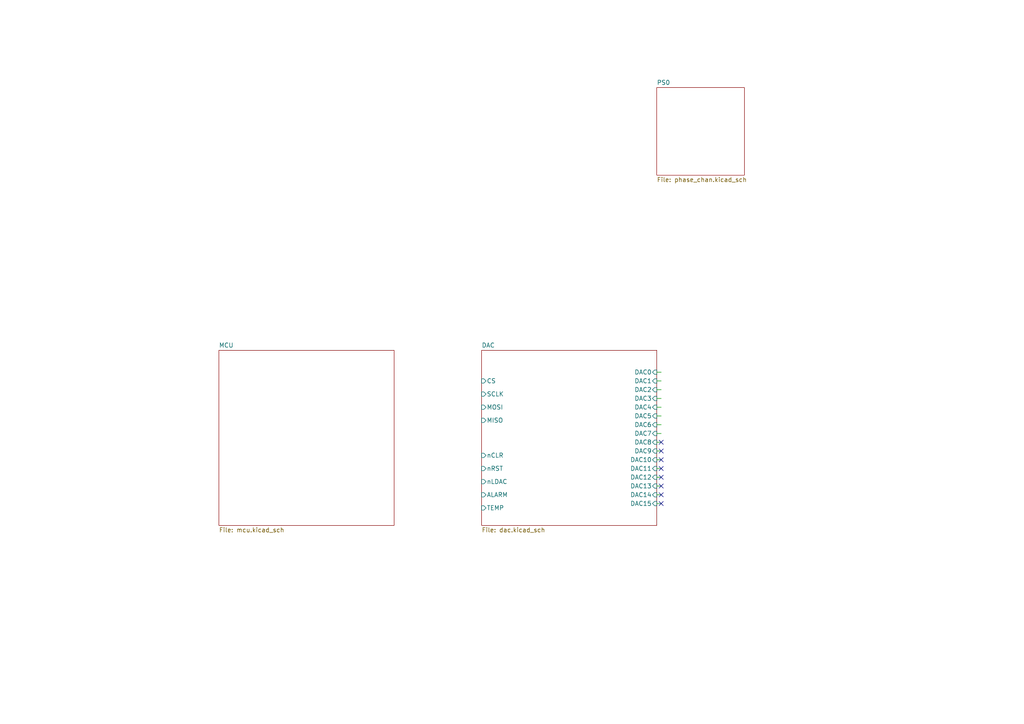
<source format=kicad_sch>
(kicad_sch
	(version 20231120)
	(generator "eeschema")
	(generator_version "8.0")
	(uuid "ecfae643-93f7-4320-971e-1a2690f71d35")
	(paper "A4")
	(lib_symbols)
	(no_connect
		(at 191.77 135.89)
		(uuid "02d45e3e-76a3-475b-af4b-0aed9261df38")
	)
	(no_connect
		(at 191.77 146.05)
		(uuid "0b52b9a7-0c80-4823-b48a-aeb5e2b160f2")
	)
	(no_connect
		(at 191.77 143.51)
		(uuid "12913221-ce23-46fe-9854-d745ac73cd18")
	)
	(no_connect
		(at 191.77 128.27)
		(uuid "1f3a7d55-1db2-4d55-b687-5322d7cdbe0e")
	)
	(no_connect
		(at 191.77 140.97)
		(uuid "55202f60-0af8-47ac-99b1-988b1f918e4b")
	)
	(no_connect
		(at 191.77 133.35)
		(uuid "68b38263-2ecf-43ad-a8d6-fe2ff0c86e6e")
	)
	(no_connect
		(at 191.77 138.43)
		(uuid "8432dc2f-ee7e-4850-88b5-8e3a0926cea2")
	)
	(no_connect
		(at 191.77 130.81)
		(uuid "ed55a34a-5492-4547-a129-0a13c1c5ce9a")
	)
	(wire
		(pts
			(xy 190.5 130.81) (xy 191.77 130.81)
		)
		(stroke
			(width 0)
			(type default)
		)
		(uuid "0e6d2eb1-aad8-49fd-a9e9-7a7325ef444f")
	)
	(wire
		(pts
			(xy 190.5 113.03) (xy 191.77 113.03)
		)
		(stroke
			(width 0)
			(type default)
		)
		(uuid "1debd0c1-0a1b-4c4f-be1a-c637f416b28b")
	)
	(wire
		(pts
			(xy 190.5 120.65) (xy 191.77 120.65)
		)
		(stroke
			(width 0)
			(type default)
		)
		(uuid "439678a1-32a0-4c3e-9e5c-8f02a6888647")
	)
	(wire
		(pts
			(xy 190.5 118.11) (xy 191.77 118.11)
		)
		(stroke
			(width 0)
			(type default)
		)
		(uuid "4465ecdf-0878-4333-913c-df49fdce5772")
	)
	(wire
		(pts
			(xy 190.5 135.89) (xy 191.77 135.89)
		)
		(stroke
			(width 0)
			(type default)
		)
		(uuid "49a509d0-c152-4fcd-9ea6-37f4f1d31474")
	)
	(wire
		(pts
			(xy 190.5 115.57) (xy 191.77 115.57)
		)
		(stroke
			(width 0)
			(type default)
		)
		(uuid "5469d3bb-d059-414e-890f-09079b82d429")
	)
	(wire
		(pts
			(xy 190.5 125.73) (xy 191.77 125.73)
		)
		(stroke
			(width 0)
			(type default)
		)
		(uuid "5a84988d-0844-4f7d-a689-8005151a3195")
	)
	(wire
		(pts
			(xy 190.5 110.49) (xy 191.77 110.49)
		)
		(stroke
			(width 0)
			(type default)
		)
		(uuid "73f8ba19-64bd-475b-9cf3-f5723301293a")
	)
	(wire
		(pts
			(xy 190.5 143.51) (xy 191.77 143.51)
		)
		(stroke
			(width 0)
			(type default)
		)
		(uuid "84cd4b09-705c-430d-b581-a0f4880a4679")
	)
	(wire
		(pts
			(xy 190.5 123.19) (xy 191.77 123.19)
		)
		(stroke
			(width 0)
			(type default)
		)
		(uuid "93d79b18-f589-46a8-ab9c-2f49c7aab254")
	)
	(wire
		(pts
			(xy 190.5 128.27) (xy 191.77 128.27)
		)
		(stroke
			(width 0)
			(type default)
		)
		(uuid "970dd00f-df30-4a4c-8f31-4ca65f5a8e74")
	)
	(wire
		(pts
			(xy 190.5 146.05) (xy 191.77 146.05)
		)
		(stroke
			(width 0)
			(type default)
		)
		(uuid "9aac3c67-df94-4efa-b2da-84782693e3fa")
	)
	(wire
		(pts
			(xy 190.5 133.35) (xy 191.77 133.35)
		)
		(stroke
			(width 0)
			(type default)
		)
		(uuid "ab5cd7ed-a07f-4c3f-a579-f13a70ba7779")
	)
	(wire
		(pts
			(xy 190.5 140.97) (xy 191.77 140.97)
		)
		(stroke
			(width 0)
			(type default)
		)
		(uuid "b5adc7bc-9099-4a1f-8972-7899a9116240")
	)
	(wire
		(pts
			(xy 190.5 138.43) (xy 191.77 138.43)
		)
		(stroke
			(width 0)
			(type default)
		)
		(uuid "b8941dd6-1db5-48ab-b266-0a031f52a7e2")
	)
	(wire
		(pts
			(xy 190.5 107.95) (xy 191.77 107.95)
		)
		(stroke
			(width 0)
			(type default)
		)
		(uuid "c61ade19-61b3-4607-ac5b-14c59c571a59")
	)
	(sheet
		(at 190.5 25.4)
		(size 25.4 25.4)
		(fields_autoplaced yes)
		(stroke
			(width 0.1524)
			(type solid)
		)
		(fill
			(color 255 255 255 1.0000)
		)
		(uuid "2ae4fef6-e591-4a99-b378-e35338771fe7")
		(property "Sheetname" "PS0"
			(at 190.5 24.6884 0)
			(effects
				(font
					(size 1.27 1.27)
				)
				(justify left bottom)
			)
		)
		(property "Sheetfile" "phase_chan.kicad_sch"
			(at 190.5 51.3846 0)
			(effects
				(font
					(size 1.27 1.27)
				)
				(justify left top)
			)
		)
		(instances
			(project "rf_phase_delay"
				(path "/ecfae643-93f7-4320-971e-1a2690f71d35"
					(page "2")
				)
			)
		)
	)
	(sheet
		(at 139.7 101.6)
		(size 50.8 50.8)
		(fields_autoplaced yes)
		(stroke
			(width 0.1524)
			(type solid)
		)
		(fill
			(color 255 255 255 1.0000)
		)
		(uuid "574f3c58-ac93-4375-8028-ee8fae8d1e20")
		(property "Sheetname" "DAC"
			(at 139.7 100.8884 0)
			(effects
				(font
					(size 1.27 1.27)
				)
				(justify left bottom)
			)
		)
		(property "Sheetfile" "dac.kicad_sch"
			(at 139.7 152.9846 0)
			(effects
				(font
					(size 1.27 1.27)
				)
				(justify left top)
			)
		)
		(pin "SCLK" input
			(at 139.7 114.3 180)
			(effects
				(font
					(size 1.27 1.27)
				)
				(justify left)
			)
			(uuid "40a46dc5-43e4-4ec2-9156-374e1e8ea3b5")
		)
		(pin "MOSI" input
			(at 139.7 118.11 180)
			(effects
				(font
					(size 1.27 1.27)
				)
				(justify left)
			)
			(uuid "ba960fba-0d1c-47dc-a597-7fe935592c4f")
		)
		(pin "MISO" input
			(at 139.7 121.92 180)
			(effects
				(font
					(size 1.27 1.27)
				)
				(justify left)
			)
			(uuid "a4ae72fc-5fa4-427b-9bfb-1c93de1b4e49")
		)
		(pin "nLDAC" input
			(at 139.7 139.7 180)
			(effects
				(font
					(size 1.27 1.27)
				)
				(justify left)
			)
			(uuid "e4d6729a-2acd-4ee9-a01a-7f6e60fdbadc")
		)
		(pin "CS" input
			(at 139.7 110.49 180)
			(effects
				(font
					(size 1.27 1.27)
				)
				(justify left)
			)
			(uuid "975aee12-1f5d-41f0-a30b-660a35278c19")
		)
		(pin "nRST" input
			(at 139.7 135.89 180)
			(effects
				(font
					(size 1.27 1.27)
				)
				(justify left)
			)
			(uuid "1b04e554-5c52-43cb-a626-8f431880e7b4")
		)
		(pin "nCLR" input
			(at 139.7 132.08 180)
			(effects
				(font
					(size 1.27 1.27)
				)
				(justify left)
			)
			(uuid "5b1bfb87-27cd-4e05-bf1c-f2ecfcc6b96d")
		)
		(pin "DAC1" input
			(at 190.5 110.49 0)
			(effects
				(font
					(size 1.27 1.27)
				)
				(justify right)
			)
			(uuid "ee2371c7-7fcd-49da-b973-80ecd3a5dd21")
		)
		(pin "DAC0" input
			(at 190.5 107.95 0)
			(effects
				(font
					(size 1.27 1.27)
				)
				(justify right)
			)
			(uuid "9c9cd615-03e7-4ade-8277-6ca0d12f8671")
		)
		(pin "DAC2" input
			(at 190.5 113.03 0)
			(effects
				(font
					(size 1.27 1.27)
				)
				(justify right)
			)
			(uuid "1b8d12c8-ddd2-4d7d-ac06-9aa1bcdd6e5d")
		)
		(pin "DAC3" input
			(at 190.5 115.57 0)
			(effects
				(font
					(size 1.27 1.27)
				)
				(justify right)
			)
			(uuid "7ae7c0bc-93cf-4295-90f5-3f3eba2c989c")
		)
		(pin "DAC6" input
			(at 190.5 123.19 0)
			(effects
				(font
					(size 1.27 1.27)
				)
				(justify right)
			)
			(uuid "6b492a91-ccba-4355-b73f-975d7f487247")
		)
		(pin "DAC5" input
			(at 190.5 120.65 0)
			(effects
				(font
					(size 1.27 1.27)
				)
				(justify right)
			)
			(uuid "64178ff4-377e-4472-99d0-b18e4ad84d12")
		)
		(pin "DAC4" input
			(at 190.5 118.11 0)
			(effects
				(font
					(size 1.27 1.27)
				)
				(justify right)
			)
			(uuid "01f0fa15-1bb0-47ca-a5e4-cb6fceb8c25c")
		)
		(pin "DAC15" input
			(at 190.5 146.05 0)
			(effects
				(font
					(size 1.27 1.27)
				)
				(justify right)
			)
			(uuid "4cdb7cab-043e-419b-83f4-8dfa2830fc30")
		)
		(pin "DAC11" input
			(at 190.5 135.89 0)
			(effects
				(font
					(size 1.27 1.27)
				)
				(justify right)
			)
			(uuid "45a7bafa-a3bd-4ee1-832e-ca6a38657efe")
		)
		(pin "DAC12" input
			(at 190.5 138.43 0)
			(effects
				(font
					(size 1.27 1.27)
				)
				(justify right)
			)
			(uuid "5daa6d22-4ccc-4943-a9a1-0d9cc85fb6e4")
		)
		(pin "DAC14" input
			(at 190.5 143.51 0)
			(effects
				(font
					(size 1.27 1.27)
				)
				(justify right)
			)
			(uuid "095ebdd7-807e-47d9-8f77-ed6fc8070b52")
		)
		(pin "DAC13" input
			(at 190.5 140.97 0)
			(effects
				(font
					(size 1.27 1.27)
				)
				(justify right)
			)
			(uuid "28ac747c-18b5-4d66-835d-0029c48cc5ce")
		)
		(pin "DAC10" input
			(at 190.5 133.35 0)
			(effects
				(font
					(size 1.27 1.27)
				)
				(justify right)
			)
			(uuid "03349399-2bec-4382-8ab7-a20c179a8d71")
		)
		(pin "DAC9" input
			(at 190.5 130.81 0)
			(effects
				(font
					(size 1.27 1.27)
				)
				(justify right)
			)
			(uuid "fa9d2c7a-a2fc-4338-8ce0-5f7e5d33aac6")
		)
		(pin "DAC8" input
			(at 190.5 128.27 0)
			(effects
				(font
					(size 1.27 1.27)
				)
				(justify right)
			)
			(uuid "612157a3-9c7d-4ce1-875a-1244d676bceb")
		)
		(pin "DAC7" input
			(at 190.5 125.73 0)
			(effects
				(font
					(size 1.27 1.27)
				)
				(justify right)
			)
			(uuid "d6975e03-2fe5-4ccf-8fb8-1efcd7076369")
		)
		(pin "ALARM" input
			(at 139.7 143.51 180)
			(effects
				(font
					(size 1.27 1.27)
				)
				(justify left)
			)
			(uuid "b76648d2-29de-42e5-a709-3aefd4977ca7")
		)
		(pin "TEMP" input
			(at 139.7 147.32 180)
			(effects
				(font
					(size 1.27 1.27)
				)
				(justify left)
			)
			(uuid "35ba4db1-8341-4ea1-ac16-72197658eafc")
		)
		(instances
			(project "rf_phase_delay"
				(path "/ecfae643-93f7-4320-971e-1a2690f71d35"
					(page "4")
				)
			)
		)
	)
	(sheet
		(at 63.5 101.6)
		(size 50.8 50.8)
		(fields_autoplaced yes)
		(stroke
			(width 0.1524)
			(type solid)
		)
		(fill
			(color 255 255 255 1.0000)
		)
		(uuid "f01b6d76-30f2-4d28-8ef0-2b23b3e9e051")
		(property "Sheetname" "MCU"
			(at 63.5 100.8884 0)
			(effects
				(font
					(size 1.27 1.27)
				)
				(justify left bottom)
			)
		)
		(property "Sheetfile" "mcu.kicad_sch"
			(at 63.5 152.9846 0)
			(effects
				(font
					(size 1.27 1.27)
				)
				(justify left top)
			)
		)
		(instances
			(project "rf_phase_delay"
				(path "/ecfae643-93f7-4320-971e-1a2690f71d35"
					(page "3")
				)
			)
		)
	)
	(sheet_instances
		(path "/"
			(page "1")
		)
	)
)

</source>
